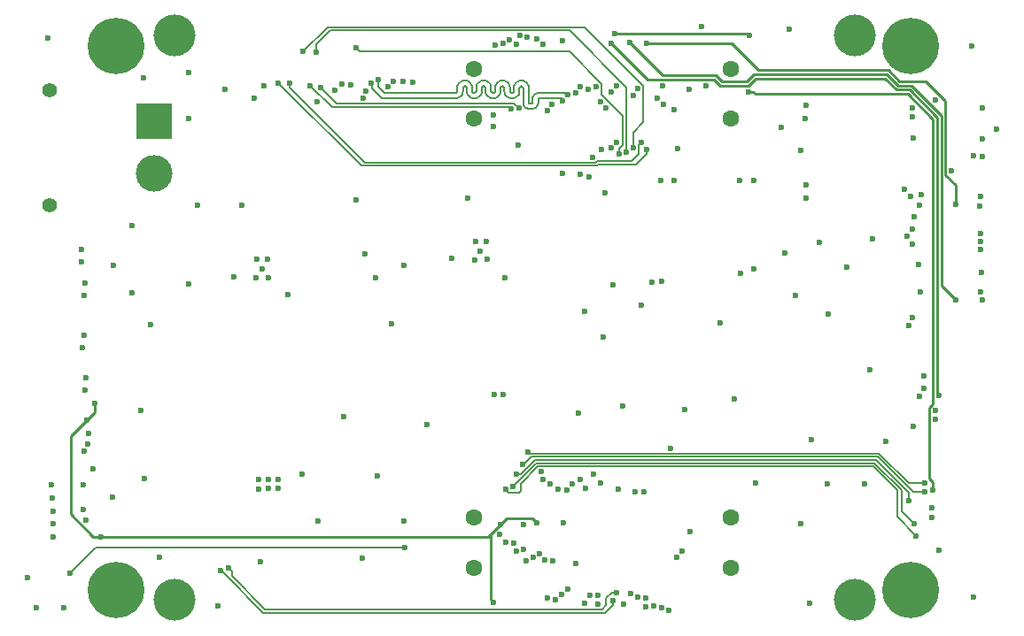
<source format=gbr>
%TF.GenerationSoftware,KiCad,Pcbnew,(5.1.8)-1*%
%TF.CreationDate,2021-06-12T11:00:53-04:00*%
%TF.ProjectId,pixc4-jetson-universal-carrier,70697863-342d-46a6-9574-736f6e2d756e,rev?*%
%TF.SameCoordinates,Original*%
%TF.FileFunction,Copper,L4,Inr*%
%TF.FilePolarity,Positive*%
%FSLAX46Y46*%
G04 Gerber Fmt 4.6, Leading zero omitted, Abs format (unit mm)*
G04 Created by KiCad (PCBNEW (5.1.8)-1) date 2021-06-12 11:00:53*
%MOMM*%
%LPD*%
G01*
G04 APERTURE LIST*
%TA.AperFunction,ComponentPad*%
%ADD10C,4.000000*%
%TD*%
%TA.AperFunction,ComponentPad*%
%ADD11C,1.600000*%
%TD*%
%TA.AperFunction,ComponentPad*%
%ADD12C,3.500000*%
%TD*%
%TA.AperFunction,ComponentPad*%
%ADD13R,3.500000X3.500000*%
%TD*%
%TA.AperFunction,ComponentPad*%
%ADD14C,1.400000*%
%TD*%
%TA.AperFunction,ComponentPad*%
%ADD15C,5.400000*%
%TD*%
%TA.AperFunction,ComponentPad*%
%ADD16C,0.800000*%
%TD*%
%TA.AperFunction,ViaPad*%
%ADD17C,0.600000*%
%TD*%
%TA.AperFunction,Conductor*%
%ADD18C,0.254000*%
%TD*%
%TA.AperFunction,Conductor*%
%ADD19C,0.152400*%
%TD*%
G04 APERTURE END LIST*
D10*
%TO.N,*%
%TO.C,U5*%
X132105400Y-134734300D03*
X67105400Y-134734300D03*
X132105400Y-80734300D03*
X67105400Y-80734300D03*
%TD*%
D11*
%TO.N,+5V*%
%TO.C,J5*%
X120250000Y-88625000D03*
X95750000Y-88625000D03*
%TO.N,GND*%
X120250000Y-83875000D03*
X95750000Y-83875000D03*
%TD*%
%TO.N,+5V*%
%TO.C,J6*%
X120250000Y-131625000D03*
X95750000Y-131625000D03*
%TO.N,GND*%
X120250000Y-126875000D03*
X95750000Y-126875000D03*
%TD*%
D12*
%TO.N,Net-(D1-Pad1)*%
%TO.C,J27*%
X65194180Y-93920320D03*
D13*
%TO.N,GND*%
X65194180Y-88920320D03*
D14*
%TO.N,*%
X55194180Y-96920320D03*
X55194180Y-85920320D03*
%TD*%
D15*
%TO.N,GND*%
%TO.C,J4*%
X137500000Y-133750000D03*
D16*
X139525000Y-133750000D03*
X138931891Y-135181891D03*
X137500000Y-135775000D03*
X136068109Y-135181891D03*
X135475000Y-133750000D03*
X136068109Y-132318109D03*
X137500000Y-131725000D03*
X138931891Y-132318109D03*
%TD*%
D15*
%TO.N,GND*%
%TO.C,J3*%
X137500000Y-81750000D03*
D16*
X139525000Y-81750000D03*
X138931891Y-83181891D03*
X137500000Y-83775000D03*
X136068109Y-83181891D03*
X135475000Y-81750000D03*
X136068109Y-80318109D03*
X137500000Y-79725000D03*
X138931891Y-80318109D03*
%TD*%
D15*
%TO.N,GND*%
%TO.C,J2*%
X61500000Y-133750000D03*
D16*
X63525000Y-133750000D03*
X62931891Y-135181891D03*
X61500000Y-135775000D03*
X60068109Y-135181891D03*
X59475000Y-133750000D03*
X60068109Y-132318109D03*
X61500000Y-131725000D03*
X62931891Y-132318109D03*
%TD*%
D15*
%TO.N,GND*%
%TO.C,J1*%
X61500000Y-81750000D03*
D16*
X63525000Y-81750000D03*
X62931891Y-83181891D03*
X61500000Y-83775000D03*
X60068109Y-83181891D03*
X59475000Y-81750000D03*
X60068109Y-80318109D03*
X61500000Y-79725000D03*
X62931891Y-80318109D03*
%TD*%
D17*
%TO.N,GND*%
X145694400Y-89662000D03*
X76085700Y-103860600D03*
X74917300Y-103886000D03*
X75463400Y-103035100D03*
X76009500Y-102108000D03*
X74968100Y-102108000D03*
X125082300Y-89471500D03*
X95872300Y-100393500D03*
X96913700Y-100393500D03*
X95821500Y-102171500D03*
X96367600Y-101320600D03*
X96989900Y-102146100D03*
X127000000Y-91706700D03*
X104228900Y-81216500D03*
X68478400Y-84251800D03*
X74777600Y-86728300D03*
X68491100Y-88646000D03*
X71932800Y-85877400D03*
X61269880Y-102707440D03*
X63068200Y-98907600D03*
X64833500Y-108394500D03*
X63911480Y-116591080D03*
X64211200Y-123101100D03*
X85331300Y-101638100D03*
X84467700Y-96405700D03*
X73596500Y-96964500D03*
X95135700Y-96304100D03*
X108140500Y-109562900D03*
X105752900Y-116827300D03*
X115887500Y-116471700D03*
X119265700Y-108242100D03*
X133604000Y-112712500D03*
X133096000Y-123609100D03*
X143357600Y-81673700D03*
X125920500Y-80098900D03*
X111175800Y-124358400D03*
X111988600Y-124409200D03*
X144322800Y-92281658D03*
X144132300Y-96139000D03*
X100470990Y-127500292D03*
X104250005Y-127336658D03*
X105501442Y-131211610D03*
X107858560Y-87055960D03*
X138506200Y-95930720D03*
X137105181Y-99939699D03*
X131394200Y-102895400D03*
X128727200Y-100545900D03*
X125488700Y-101498400D03*
X129616200Y-107340400D03*
X126504700Y-105625900D03*
X109994700Y-116166900D03*
X135077200Y-119532400D03*
X129489200Y-123596400D03*
X127838200Y-135089900D03*
X127012700Y-127469900D03*
X83324700Y-117182900D03*
X86499700Y-122834400D03*
X79324200Y-122707400D03*
X80848200Y-127215900D03*
X89039700Y-127215900D03*
X71259700Y-135343900D03*
X65671700Y-130644900D03*
X63068200Y-105371900D03*
X64147700Y-84797900D03*
X69291200Y-96926400D03*
X87896700Y-108292900D03*
X111772700Y-106514900D03*
X108280200Y-95783400D03*
X127965200Y-119405400D03*
X143522700Y-134454900D03*
X55003700Y-80924400D03*
X122694700Y-123532900D03*
X120599200Y-115531900D03*
X106311700Y-107149900D03*
X109042200Y-104609900D03*
X133870700Y-100164900D03*
X115201700Y-91528900D03*
%TO.N,+BATT*%
X104216200Y-93891100D03*
X108394500Y-87604600D03*
X86372700Y-103911400D03*
X75336400Y-131114800D03*
%TO.N,+VDD_SERVO*%
X138447085Y-105261985D03*
X116398040Y-128188720D03*
%TO.N,+5V*%
X75692000Y-85521800D03*
X85051900Y-130721100D03*
X75184000Y-124091700D03*
X76098400Y-124079000D03*
X77012800Y-124066300D03*
X76987400Y-123202700D03*
X75158600Y-123228100D03*
X76073000Y-123215400D03*
X68453000Y-104521000D03*
X53073300Y-132600700D03*
%TO.N,3V3_SYS*%
X80759300Y-87058500D03*
X117500399Y-79844901D03*
%TO.N,USB2-*%
X113739846Y-85542562D03*
X137827849Y-98077721D03*
%TO.N,USB2+*%
X113247673Y-86721805D03*
X137662326Y-99252751D03*
%TO.N,PORT_VBUS_2*%
X112217200Y-81483200D03*
X141798240Y-96894375D03*
%TO.N,USB3-*%
X111391700Y-85801200D03*
X137627360Y-107741720D03*
%TO.N,USB3+*%
X110964548Y-86451214D03*
X137302240Y-108452920D03*
%TO.N,PORT_VBUS_3*%
X110629700Y-81407000D03*
X141798240Y-106029690D03*
%TO.N,USB4-*%
X109346858Y-85491485D03*
X139856278Y-116600960D03*
%TO.N,USB4+*%
X139856278Y-117408670D03*
X108828756Y-86085854D03*
%TO.N,PORT_VBUS_4*%
X140182600Y-115125500D03*
X108846325Y-81465125D03*
%TO.N,USB5-*%
X107416600Y-85623400D03*
X139471400Y-125948160D03*
X106717290Y-94201401D03*
%TO.N,USB5+*%
X106667299Y-85832063D03*
X139471400Y-126832640D03*
X105869460Y-94030800D03*
%TO.N,PORT_VBUS_5*%
X139598400Y-124256800D03*
X109181900Y-80556100D03*
X122034300Y-80683100D03*
X122022166Y-86105898D03*
%TO.N,ETH_RADIO_TX_N*%
X102335801Y-81514220D03*
X122455940Y-103014780D03*
%TO.N,ETH_RADIO_TX_P*%
X101762681Y-81001322D03*
X121208800Y-103479600D03*
%TO.N,ETH_RADIO_RX_N*%
X100850700Y-80860900D03*
X112731920Y-104299120D03*
%TO.N,ETH_RADIO_RX_P*%
X100109878Y-80729344D03*
X113670484Y-104274216D03*
%TO.N,ETH_SPARE_RX_P*%
X99767855Y-81528576D03*
X127464830Y-87396310D03*
%TO.N,ETH_SPARE_RX_N*%
X99160706Y-81084172D03*
X127429765Y-88671400D03*
%TO.N,ETH_SPARE_TX_P*%
X98494149Y-81433207D03*
X127464810Y-95016330D03*
%TO.N,ETH_SPARE_TX_N*%
X97775407Y-81655767D03*
X127464813Y-96286327D03*
%TO.N,XAVIER_CONSOLE_TX_OUT*%
X97612200Y-88315800D03*
X58547000Y-104432100D03*
%TO.N,XAVIER_CONSOLE_RX_IN*%
X58508900Y-105625900D03*
X97574100Y-89458800D03*
%TO.N,FMU_I2C_1_SDA*%
X103746300Y-124129800D03*
X59324242Y-122174000D03*
%TO.N,FMU_I2C_1_SCL*%
X102990943Y-123611586D03*
X58518921Y-120522869D03*
%TO.N,GPS1_RX*%
X102359445Y-123202521D03*
X58860348Y-119852383D03*
%TO.N,GPS1_TX*%
X58877200Y-118795800D03*
X102171310Y-122474010D03*
%TO.N,+VDD_5V_PERIPH*%
X144246600Y-103352288D03*
X144180128Y-99641634D03*
X98272600Y-127520700D03*
X101750008Y-127336657D03*
X55511700Y-128701800D03*
X97637600Y-134967668D03*
X58740040Y-117495320D03*
X112127789Y-134558761D03*
X110073440Y-135097520D03*
X106299000Y-135082280D03*
X107604551Y-135117831D03*
X140221660Y-129980380D03*
X60126880Y-128671320D03*
X59496960Y-115935760D03*
%TO.N,BATT_VOLTAGE_SENS_PROT*%
X115627082Y-130095237D03*
X58269562Y-101210800D03*
%TO.N,BATT_CURRENT_SENS_PROT*%
X115087400Y-130619500D03*
X58242200Y-102382320D03*
%TO.N,FMU-CH1-PROT*%
X143484600Y-92240100D03*
X102526010Y-130871221D03*
%TO.N,IO-CH8-PROT*%
X144373600Y-90627200D03*
X102039609Y-130297168D03*
%TO.N,IO-CH7-PROT*%
X144373600Y-87668100D03*
X101388155Y-130673640D03*
%TO.N,IO-CH6-PROT*%
X138275161Y-102645571D03*
X100716370Y-131012503D03*
%TO.N,IO-CH5-PROT*%
X100519283Y-129909783D03*
X137617200Y-100700840D03*
%TO.N,IO-CH4-PROT*%
X138363195Y-96967805D03*
X99776570Y-130030207D03*
%TO.N,IO-CH3-PROT*%
X141401842Y-93675227D03*
X99544316Y-129257257D03*
%TO.N,IO-CH2-PROT*%
X98796130Y-129177622D03*
X137748135Y-90544864D03*
%TO.N,IO-CH1-PROT*%
X98209100Y-128422400D03*
X139823041Y-86846559D03*
%TO.N,ETH_RADIO_TX_POSTMAG_N*%
X117936501Y-85499521D03*
X122455936Y-94569284D03*
%TO.N,ETH_RADIO_TX_POSTMAG_P*%
X116285922Y-85888732D03*
X121158505Y-94596715D03*
%TO.N,ETH_RADIO_RX_POSTMAG_N*%
X114835940Y-94569280D03*
X114854010Y-87768988D03*
%TO.N,ETH_RADIO_RX_POSTMAG_P*%
X113565940Y-94569280D03*
X113896645Y-87334855D03*
%TO.N,ETH_SPARE_TX_POSTMAG_N*%
X137493245Y-96097855D03*
%TO.N,ETH_SPARE_TX_POSTMAG_P*%
X136857296Y-95461907D03*
%TO.N,ETH_SPARE_RX_POSTMAG_N*%
X137680700Y-88480900D03*
%TO.N,ETH_SPARE_RX_POSTMAG_P*%
X137655300Y-87617300D03*
%TO.N,Net-(C20-Pad1)*%
X98717100Y-103936800D03*
X93636840Y-102044400D03*
%TO.N,Net-(D4-Pad1)*%
X53924200Y-135483600D03*
%TO.N,Net-(C21-Pad1)*%
X77978000Y-105537000D03*
X72752960Y-103794460D03*
%TO.N,+5V_FMU*%
X109499400Y-124129800D03*
X89090500Y-102730300D03*
X91236800Y-117919500D03*
X57124600Y-132181600D03*
X97726500Y-115112800D03*
X114554000Y-120197546D03*
X98557080Y-115097560D03*
X89103200Y-129692400D03*
%TO.N,Net-(D5-Pad1)*%
X56553100Y-135445500D03*
%TO.N,IRID_ON_OFF_3.3*%
X77050900Y-85255100D03*
X112217200Y-91605100D03*
%TO.N,IRID_TX_IN_3.3*%
X78155800Y-85305900D03*
X111772710Y-90930419D03*
%TO.N,IRID_RING_3.3*%
X79425800Y-82245200D03*
X110944111Y-91478100D03*
%TO.N,IRID_NA_3.3*%
X80657700Y-82270600D03*
X110326413Y-91907702D03*
%TO.N,IRID_RX_OUT_3.3*%
X109590480Y-92064262D03*
X84442300Y-81876900D03*
%TO.N,CAM1_D2_N*%
X109409465Y-90959095D03*
X85420200Y-86004400D03*
%TO.N,CAM1_D2_P*%
X108877100Y-91490800D03*
X85151489Y-86707183D03*
%TO.N,CAM1_D3_N*%
X84010500Y-85445600D03*
X107899200Y-91643200D03*
%TO.N,CAM1_D3_P*%
X107087969Y-92349610D03*
X83096100Y-85344000D03*
%TO.N,CAM1_D0_N*%
X89877900Y-85178900D03*
X105933786Y-85573315D03*
%TO.N,CAM1_D0_P*%
X105498900Y-86194900D03*
X89001600Y-85140800D03*
%TO.N,CAM1_C_N*%
X104731809Y-86399379D03*
X86575900Y-84950300D03*
%TO.N,CAM1_C_P*%
X104216200Y-86956900D03*
X85902932Y-85286784D03*
%TO.N,CAM1_D1_N*%
X103190900Y-87314458D03*
X88074965Y-85065452D03*
%TO.N,CAM1_D1_P*%
X102730300Y-87909400D03*
X87515700Y-85568772D03*
%TO.N,CAM_GPIO*%
X99961700Y-91211400D03*
X82448400Y-85966300D03*
%TO.N,CAM_SCL0*%
X100038766Y-87667234D03*
X81051400Y-85661500D03*
%TO.N,CAM_SDA0*%
X99289523Y-87736219D03*
X80086200Y-85496400D03*
%TO.N,RC_INPUT*%
X107873800Y-123510040D03*
X58491120Y-109407960D03*
%TO.N,+VDD_5V_RADIO*%
X107177840Y-122682000D03*
X58301380Y-110599980D03*
%TO.N,BUZZER_OUT*%
X106407958Y-124035555D03*
X58643481Y-127110191D03*
%TO.N,SAFETY_VDD*%
X105882440Y-123240800D03*
X58390511Y-126052980D03*
%TO.N,~SAFETY_SWITCH_LED_OUT*%
X105151715Y-123620506D03*
X61165740Y-124929900D03*
%TO.N,SAFETY_SWITCH_IN*%
X104632470Y-124203724D03*
X58372688Y-123714160D03*
%TO.N,SPI5_CS2_EXTERNAL1*%
X100882020Y-120606906D03*
X138816080Y-123550680D03*
%TO.N,SPI5_CS1_EXTERNAL1*%
X100355398Y-121729500D03*
X138821160Y-124419360D03*
%TO.N,SPI5_MOSI_EXTERNAL1*%
X99834700Y-122720100D03*
X137271844Y-125252396D03*
%TO.N,SPI5_MISO_EXTERNAL1*%
X99468339Y-123867183D03*
X137825480Y-127452120D03*
%TO.N,SPI5_SCK_EXTERNAL1*%
X137998200Y-128587500D03*
X98765049Y-124134590D03*
%TO.N,TELEM1_TX*%
X55511700Y-127431800D03*
X114385281Y-135702275D03*
%TO.N,TELEM1_RX*%
X55486300Y-126212600D03*
X113671026Y-135465711D03*
%TO.N,TELEM1_CTS*%
X55422800Y-124955300D03*
X112932693Y-135320835D03*
%TO.N,TELEM1_RTS*%
X55384700Y-123710700D03*
X112148676Y-135357284D03*
%TO.N,CAN_L_1-*%
X144208500Y-101193600D03*
X111381030Y-134466700D03*
%TO.N,CAN_H_1+*%
X144208500Y-100393500D03*
X110724418Y-134099300D03*
%TO.N,CAN_L_2-*%
X58643520Y-113477040D03*
X72303104Y-131690375D03*
X109353649Y-134008460D03*
%TO.N,CAN_H_2+*%
X58577480Y-114614960D03*
X109047280Y-134777480D03*
X71552148Y-131880385D03*
%TO.N,FMU_I2C_2_SDA*%
X144297400Y-106006900D03*
X107610456Y-134289770D03*
%TO.N,FMU_I2C_2_SCL*%
X144200676Y-105260742D03*
X106858090Y-134298105D03*
%TO.N,FMU-CH6-PROT*%
X138775440Y-113284000D03*
X104734650Y-133684532D03*
%TO.N,FMU-CH5-PROT*%
X138744960Y-114518440D03*
X104140290Y-134213688D03*
%TO.N,FMU-CH4-PROT*%
X103548204Y-134683445D03*
X138315700Y-115214400D03*
%TO.N,FMU-CH3-PROT*%
X102808149Y-134547695D03*
X137754360Y-118150640D03*
%TO.N,FMU-CH2-PROT*%
X144043400Y-97015300D03*
X103270711Y-130978665D03*
%TD*%
D18*
%TO.N,PORT_VBUS_2*%
X140822432Y-86988436D02*
X138908723Y-85074727D01*
X141798240Y-96894375D02*
X141798240Y-95027087D01*
X138908723Y-85074727D02*
X136420420Y-85074727D01*
X136420420Y-85074727D02*
X135373940Y-84028247D01*
X135373940Y-84028247D02*
X122946127Y-84028247D01*
X122946127Y-84028247D02*
X120401080Y-81483200D01*
X141798240Y-95027087D02*
X140822432Y-94051279D01*
X120401080Y-81483200D02*
X112641464Y-81483200D01*
X140822432Y-94051279D02*
X140822432Y-86988436D01*
X112641464Y-81483200D02*
X112217200Y-81483200D01*
%TO.N,PORT_VBUS_3*%
X119461280Y-85120480D02*
X118854501Y-84513700D01*
X122518040Y-84434658D02*
X121832218Y-85120480D01*
X135205600Y-84434658D02*
X122518040Y-84434658D01*
X121832218Y-85120480D02*
X119461280Y-85120480D01*
X113736400Y-84513700D02*
X110629700Y-81407000D01*
X140416021Y-88371005D02*
X137526154Y-85481138D01*
X137526154Y-85481138D02*
X136252080Y-85481138D01*
X140416021Y-104647471D02*
X140416021Y-88371005D01*
X136252080Y-85481138D02*
X135205600Y-84434658D01*
X141798240Y-106029690D02*
X140416021Y-104647471D01*
X118854501Y-84513700D02*
X113736400Y-84513700D01*
%TO.N,PORT_VBUS_4*%
X122000558Y-85526891D02*
X119292939Y-85526890D01*
X112301311Y-84920111D02*
X108846325Y-81465125D01*
X118686161Y-84920111D02*
X112301311Y-84920111D01*
X119292939Y-85526890D02*
X118686161Y-84920111D01*
X122686380Y-84841069D02*
X122000558Y-85526891D01*
X135037260Y-84841069D02*
X122686380Y-84841069D01*
X136083740Y-85887549D02*
X135037260Y-84841069D01*
X137357814Y-85887549D02*
X136083740Y-85887549D01*
X140009610Y-88539345D02*
X137357814Y-85887549D01*
X140009610Y-114952510D02*
X140009610Y-88539345D01*
X140182600Y-115125500D02*
X140009610Y-114952510D01*
%TO.N,PORT_VBUS_5*%
X109181900Y-80556100D02*
X121907300Y-80556100D01*
X121907300Y-80556100D02*
X122034300Y-80683100D01*
X139603199Y-115996159D02*
X139251477Y-116347881D01*
X139251477Y-116347881D02*
X139251477Y-123143803D01*
X122634492Y-86293960D02*
X137189474Y-86293960D01*
X122446430Y-86105898D02*
X122634492Y-86293960D01*
X139251477Y-123143803D02*
X139598400Y-123490726D01*
X137189474Y-86293960D02*
X139603199Y-88707685D01*
X139598400Y-123490726D02*
X139598400Y-124256800D01*
X139603199Y-88707685D02*
X139603199Y-115996159D01*
X122022166Y-86105898D02*
X122446430Y-86105898D01*
%TO.N,+VDD_5V_PERIPH*%
X98272600Y-127520700D02*
X98872409Y-126920891D01*
X101334242Y-126920891D02*
X101750008Y-127336657D01*
X98872409Y-126920891D02*
X101334242Y-126920891D01*
X97337601Y-128455699D02*
X97337601Y-134667669D01*
X98272600Y-127520700D02*
X97337601Y-128455699D01*
X97337601Y-134667669D02*
X97637600Y-134967668D01*
X58740040Y-117495320D02*
X57185560Y-119049800D01*
X97337601Y-128455699D02*
X97121980Y-128671320D01*
X57185560Y-119049800D02*
X57185560Y-126484464D01*
X57185560Y-126484464D02*
X59372416Y-128671320D01*
X97121980Y-128671320D02*
X60126880Y-128671320D01*
X59372416Y-128671320D02*
X60126880Y-128671320D01*
X59496960Y-116738400D02*
X59496960Y-115935760D01*
X58740040Y-117495320D02*
X59496960Y-116738400D01*
D19*
%TO.N,+5V_FMU*%
X57124600Y-132181600D02*
X59613800Y-129692400D01*
X59613800Y-129692400D02*
X89103200Y-129692400D01*
%TO.N,IRID_ON_OFF_3.3*%
X107620356Y-93030620D02*
X111215944Y-93030620D01*
X111215944Y-93030620D02*
X112217200Y-92029364D01*
X77050900Y-85255100D02*
X84978822Y-93183022D01*
X107467954Y-93183022D02*
X107620356Y-93030620D01*
X84978822Y-93183022D02*
X107467954Y-93183022D01*
X112217200Y-92029364D02*
X112217200Y-91605100D01*
%TO.N,IRID_TX_IN_3.3*%
X111472711Y-91230418D02*
X111772710Y-90930419D01*
X111472711Y-92058223D02*
X111472711Y-91230418D01*
X107494100Y-92725809D02*
X110805125Y-92725809D01*
X110805125Y-92725809D02*
X111472711Y-92058223D01*
X85329331Y-92878211D02*
X107341698Y-92878211D01*
X107341698Y-92878211D02*
X107494100Y-92725809D01*
X78155800Y-85704680D02*
X85329331Y-92878211D01*
X78155800Y-85305900D02*
X78155800Y-85704680D01*
%TO.N,IRID_RING_3.3*%
X110944111Y-90014511D02*
X111945701Y-89012921D01*
X111945701Y-85535279D02*
X106306355Y-79895933D01*
X110944111Y-91478100D02*
X110944111Y-90014511D01*
X111945701Y-89012921D02*
X111945701Y-85535279D01*
X81775067Y-79895933D02*
X79425800Y-82245200D01*
X106306355Y-79895933D02*
X81775067Y-79895933D01*
%TO.N,IRID_NA_3.3*%
X110326413Y-85651118D02*
X110326413Y-91907702D01*
X104876038Y-80200743D02*
X110326413Y-85651118D01*
X82016357Y-80200743D02*
X104876038Y-80200743D01*
X80657700Y-81559400D02*
X82016357Y-80200743D01*
X80657700Y-82270600D02*
X80657700Y-81559400D01*
%TO.N,IRID_RX_OUT_3.3*%
X84805799Y-82240399D02*
X84442300Y-81876900D01*
X104853521Y-82240399D02*
X84805799Y-82240399D01*
X107970601Y-85357479D02*
X104853521Y-82240399D01*
X109938066Y-88373466D02*
X107970601Y-86406001D01*
X107970601Y-86406001D02*
X107970601Y-85357479D01*
X109938066Y-91212824D02*
X109938066Y-88373466D01*
X109590480Y-92064262D02*
X109590480Y-91560410D01*
X109590480Y-91560410D02*
X109938066Y-91212824D01*
%TO.N,CAM1_C_N*%
X99446830Y-86164048D02*
X99481585Y-86142210D01*
X99167069Y-85540522D02*
X99184000Y-85690787D01*
X97746004Y-86039689D02*
X97750600Y-85998900D01*
X97732447Y-86078431D02*
X97746004Y-86039689D01*
X97710609Y-86113186D02*
X97732447Y-86078431D01*
X97681585Y-86142210D02*
X97710609Y-86113186D01*
X97646830Y-86164048D02*
X97681585Y-86142210D01*
X97608088Y-86177605D02*
X97646830Y-86164048D01*
X97567300Y-86182200D02*
X97608088Y-86177605D01*
X97526511Y-86177605D02*
X97567300Y-86182200D01*
X97487769Y-86164048D02*
X97526511Y-86177605D01*
X97453014Y-86142210D02*
X97487769Y-86164048D01*
X97423990Y-86113186D02*
X97453014Y-86142210D01*
X97402152Y-86078431D02*
X97423990Y-86113186D01*
X97388595Y-86039689D02*
X97402152Y-86078431D01*
X97384000Y-85998900D02*
X97388595Y-86039689D01*
X97384000Y-85690787D02*
X97384000Y-85998900D01*
X97367069Y-85540522D02*
X97384000Y-85690787D01*
X97317125Y-85397791D02*
X97367069Y-85540522D01*
X97236673Y-85269753D02*
X97317125Y-85397791D01*
X97129747Y-85162827D02*
X97236673Y-85269753D01*
X97001709Y-85082375D02*
X97129747Y-85162827D01*
X96858978Y-85032431D02*
X97001709Y-85082375D01*
X96708713Y-85015500D02*
X96858978Y-85032431D01*
X96625886Y-85015500D02*
X96708713Y-85015500D01*
X96475621Y-85032431D02*
X96625886Y-85015500D01*
X96332890Y-85082375D02*
X96475621Y-85032431D01*
X96204852Y-85162827D02*
X96332890Y-85082375D01*
X96097926Y-85269753D02*
X96204852Y-85162827D01*
X96017474Y-85397791D02*
X96097926Y-85269753D01*
X95967530Y-85540522D02*
X96017474Y-85397791D01*
X95950600Y-85690787D02*
X95967530Y-85540522D01*
X95950600Y-85998900D02*
X95950600Y-85690787D01*
X95946004Y-86039689D02*
X95950600Y-85998900D01*
X95932447Y-86078431D02*
X95946004Y-86039689D01*
X95910609Y-86113186D02*
X95932447Y-86078431D01*
X95881585Y-86142210D02*
X95910609Y-86113186D01*
X95846830Y-86164048D02*
X95881585Y-86142210D01*
X95808088Y-86177605D02*
X95846830Y-86164048D01*
X95767300Y-86182200D02*
X95808088Y-86177605D01*
X95726511Y-86177605D02*
X95767300Y-86182200D01*
X95687769Y-86164048D02*
X95726511Y-86177605D01*
X95653014Y-86142210D02*
X95687769Y-86164048D01*
X95623990Y-86113186D02*
X95653014Y-86142210D01*
X95602152Y-86078431D02*
X95623990Y-86113186D01*
X95588595Y-86039689D02*
X95602152Y-86078431D01*
X95584000Y-85998900D02*
X95588595Y-86039689D01*
X95584000Y-85690787D02*
X95584000Y-85998900D01*
X95567069Y-85540522D02*
X95584000Y-85690787D01*
X95517125Y-85397791D02*
X95567069Y-85540522D01*
X95436673Y-85269753D02*
X95517125Y-85397791D01*
X95329747Y-85162827D02*
X95436673Y-85269753D01*
X95201709Y-85082375D02*
X95329747Y-85162827D01*
X95058978Y-85032431D02*
X95201709Y-85082375D01*
X94908713Y-85015500D02*
X95058978Y-85032431D01*
X94825886Y-85015500D02*
X94908713Y-85015500D01*
X94675621Y-85032431D02*
X94825886Y-85015500D01*
X94532890Y-85082375D02*
X94675621Y-85032431D01*
X94404852Y-85162827D02*
X94532890Y-85082375D01*
X94297926Y-85269753D02*
X94404852Y-85162827D01*
X94217474Y-85397791D02*
X94297926Y-85269753D01*
X94167530Y-85540522D02*
X94217474Y-85397791D01*
X94150600Y-85690787D02*
X94167530Y-85540522D01*
X94150600Y-85998900D02*
X94150600Y-85690787D01*
X94146004Y-86039689D02*
X94150600Y-85998900D01*
X94132447Y-86078431D02*
X94146004Y-86039689D01*
X94110609Y-86113186D02*
X94132447Y-86078431D01*
X94081585Y-86142210D02*
X94110609Y-86113186D01*
X94046830Y-86164048D02*
X94081585Y-86142210D01*
X94008088Y-86177605D02*
X94046830Y-86164048D01*
X93967300Y-86182200D02*
X94008088Y-86177605D01*
X87168972Y-86182200D02*
X93967300Y-86182200D01*
X86575900Y-85589128D02*
X87168972Y-86182200D01*
X86575900Y-84950300D02*
X86575900Y-85589128D01*
X99697926Y-85269753D02*
X99804852Y-85162827D01*
X99546004Y-86039689D02*
X99550600Y-85998900D01*
X98658978Y-85032431D02*
X98801709Y-85082375D01*
X99253014Y-86142210D02*
X99287769Y-86164048D01*
X99532447Y-86078431D02*
X99546004Y-86039689D01*
X99510609Y-86113186D02*
X99532447Y-86078431D01*
X99408088Y-86177605D02*
X99446830Y-86164048D01*
X99367300Y-86182200D02*
X99408088Y-86177605D01*
X97817474Y-85397791D02*
X97897926Y-85269753D01*
X99932890Y-85082375D02*
X100075621Y-85032431D01*
X99188595Y-86039689D02*
X99202152Y-86078431D01*
X97897926Y-85269753D02*
X98004852Y-85162827D01*
X98004852Y-85162827D02*
X98132890Y-85082375D01*
X98132890Y-85082375D02*
X98275621Y-85032431D01*
X99184000Y-85998900D02*
X99188595Y-86039689D01*
X98425886Y-85015500D02*
X98508713Y-85015500D01*
X97750600Y-85690787D02*
X97767530Y-85540522D01*
X99223990Y-86113186D02*
X99253014Y-86142210D01*
X99567530Y-85540522D02*
X99617474Y-85397791D01*
X98801709Y-85082375D02*
X98929747Y-85162827D01*
X99481585Y-86142210D02*
X99510609Y-86113186D01*
X99287769Y-86164048D02*
X99326511Y-86177605D01*
X98929747Y-85162827D02*
X99036673Y-85269753D01*
X99550600Y-85998900D02*
X99550600Y-85690787D01*
X98508713Y-85015500D02*
X98658978Y-85032431D01*
X99804852Y-85162827D02*
X99932890Y-85082375D01*
X99550600Y-85690787D02*
X99567530Y-85540522D01*
X99184000Y-85690787D02*
X99184000Y-85998900D01*
X99326511Y-86177605D02*
X99367300Y-86182200D01*
X97767530Y-85540522D02*
X97817474Y-85397791D01*
X98275621Y-85032431D02*
X98425886Y-85015500D01*
X99117125Y-85397791D02*
X99167069Y-85540522D01*
X99617474Y-85397791D02*
X99697926Y-85269753D01*
X100075621Y-85032431D02*
X100225886Y-85015500D01*
X97750600Y-85998900D02*
X97750600Y-85690787D01*
X99036673Y-85269753D02*
X99117125Y-85397791D01*
X99202152Y-86078431D02*
X99223990Y-86113186D01*
X100225886Y-85015500D02*
X100308713Y-85015500D01*
X100308713Y-85015500D02*
X100458978Y-85032431D01*
X100458978Y-85032431D02*
X100601709Y-85082375D01*
X100601709Y-85082375D02*
X100729747Y-85162827D01*
X100729747Y-85162827D02*
X100836673Y-85269753D01*
X100836673Y-85269753D02*
X100917125Y-85397791D01*
X100917125Y-85397791D02*
X100967069Y-85540522D01*
X100967069Y-85540522D02*
X100984000Y-85690787D01*
X100984000Y-85690787D02*
X100984000Y-87090600D01*
X100984000Y-87090600D02*
X100986715Y-87114699D01*
X100986715Y-87114699D02*
X100994725Y-87137589D01*
X100994725Y-87137589D02*
X101007627Y-87158123D01*
X101007627Y-87158123D02*
X101024776Y-87175272D01*
X101024776Y-87175272D02*
X101045310Y-87188174D01*
X101045310Y-87188174D02*
X101068200Y-87196184D01*
X101068200Y-87196184D02*
X101092300Y-87198900D01*
X101092300Y-87198900D02*
X101242300Y-87198900D01*
X101242300Y-87198900D02*
X101266399Y-87196184D01*
X101266399Y-87196184D02*
X101289289Y-87188174D01*
X101289289Y-87188174D02*
X101309823Y-87175272D01*
X101309823Y-87175272D02*
X101326972Y-87158123D01*
X101326972Y-87158123D02*
X101339874Y-87137589D01*
X101339874Y-87137589D02*
X101347884Y-87114699D01*
X101347884Y-87114699D02*
X101350600Y-87090600D01*
X101350600Y-87090600D02*
X101350600Y-86786820D01*
X101350600Y-86786820D02*
X101365759Y-86652279D01*
X101365759Y-86652279D02*
X101410476Y-86524485D01*
X101410476Y-86524485D02*
X101482509Y-86409845D01*
X101482509Y-86409845D02*
X101578245Y-86314109D01*
X101578245Y-86314109D02*
X101692885Y-86242076D01*
X101692885Y-86242076D02*
X101820679Y-86197359D01*
X101820679Y-86197359D02*
X101955220Y-86182200D01*
X101955220Y-86182200D02*
X104376192Y-86182200D01*
X104376192Y-86182200D02*
X104593371Y-86399379D01*
X104593371Y-86399379D02*
X104731809Y-86399379D01*
%TO.N,CAM1_C_P*%
X100450600Y-87127679D02*
X100465759Y-87262220D01*
X100450600Y-85732200D02*
X100450600Y-87127679D01*
X100446004Y-85691412D02*
X100450600Y-85732200D01*
X100432447Y-85652670D02*
X100446004Y-85691412D01*
X100410609Y-85617915D02*
X100432447Y-85652670D01*
X100381585Y-85588891D02*
X100410609Y-85617915D01*
X100346830Y-85567053D02*
X100381585Y-85588891D01*
X100308088Y-85553496D02*
X100346830Y-85567053D01*
X100267300Y-85548900D02*
X100308088Y-85553496D01*
X100226511Y-85553496D02*
X100267300Y-85548900D01*
X100187769Y-85567053D02*
X100226511Y-85553496D01*
X100153014Y-85588891D02*
X100187769Y-85567053D01*
X100123990Y-85617915D02*
X100153014Y-85588891D01*
X100102152Y-85652670D02*
X100123990Y-85617915D01*
X100088595Y-85691412D02*
X100102152Y-85652670D01*
X100084000Y-85732200D02*
X100088595Y-85691412D01*
X100084000Y-86040314D02*
X100084000Y-85732200D01*
X100067069Y-86190579D02*
X100084000Y-86040314D01*
X100017125Y-86333310D02*
X100067069Y-86190579D01*
X99936673Y-86461348D02*
X100017125Y-86333310D01*
X99829747Y-86568274D02*
X99936673Y-86461348D01*
X99701709Y-86648726D02*
X99829747Y-86568274D01*
X99558978Y-86698670D02*
X99701709Y-86648726D01*
X99408713Y-86715600D02*
X99558978Y-86698670D01*
X99325886Y-86715600D02*
X99408713Y-86715600D01*
X99175621Y-86698670D02*
X99325886Y-86715600D01*
X98904852Y-86568274D02*
X99032890Y-86648726D01*
X98797926Y-86461348D02*
X98904852Y-86568274D01*
X98717474Y-86333310D02*
X98797926Y-86461348D01*
X98667530Y-86190579D02*
X98717474Y-86333310D01*
X98650600Y-86040314D02*
X98667530Y-86190579D01*
X98650600Y-85732200D02*
X98650600Y-86040314D01*
X98646004Y-85691412D02*
X98650600Y-85732200D01*
X98632447Y-85652670D02*
X98646004Y-85691412D01*
X98610609Y-85617915D02*
X98632447Y-85652670D01*
X98581585Y-85588891D02*
X98610609Y-85617915D01*
X98546830Y-85567053D02*
X98581585Y-85588891D01*
X98508088Y-85553496D02*
X98546830Y-85567053D01*
X98467300Y-85548900D02*
X98508088Y-85553496D01*
X98426511Y-85553496D02*
X98467300Y-85548900D01*
X98387769Y-85567053D02*
X98426511Y-85553496D01*
X98353014Y-85588891D02*
X98387769Y-85567053D01*
X98323990Y-85617915D02*
X98353014Y-85588891D01*
X98302152Y-85652670D02*
X98323990Y-85617915D01*
X98288595Y-85691412D02*
X98302152Y-85652670D01*
X98284000Y-85732200D02*
X98288595Y-85691412D01*
X98284000Y-86040314D02*
X98284000Y-85732200D01*
X98267069Y-86190579D02*
X98284000Y-86040314D01*
X98217125Y-86333310D02*
X98267069Y-86190579D01*
X98136673Y-86461348D02*
X98217125Y-86333310D01*
X98029747Y-86568274D02*
X98136673Y-86461348D01*
X97901709Y-86648726D02*
X98029747Y-86568274D01*
X97758978Y-86698670D02*
X97901709Y-86648726D01*
X97608713Y-86715600D02*
X97758978Y-86698670D01*
X97525886Y-86715600D02*
X97608713Y-86715600D01*
X97375621Y-86698670D02*
X97525886Y-86715600D01*
X97232890Y-86648726D02*
X97375621Y-86698670D01*
X97104852Y-86568274D02*
X97232890Y-86648726D01*
X96997926Y-86461348D02*
X97104852Y-86568274D01*
X96917474Y-86333310D02*
X96997926Y-86461348D01*
X96867530Y-86190579D02*
X96917474Y-86333310D01*
X95067530Y-86190579D02*
X95117474Y-86333310D01*
X95050600Y-85732200D02*
X95050600Y-86040314D01*
X95046004Y-85691412D02*
X95050600Y-85732200D01*
X95032447Y-85652670D02*
X95046004Y-85691412D01*
X100678245Y-87600390D02*
X100792885Y-87672423D01*
X95050600Y-86040314D02*
X95067530Y-86190579D01*
X95010609Y-85617915D02*
X95032447Y-85652670D01*
X96667300Y-85548900D02*
X96708088Y-85553496D01*
X94981585Y-85588891D02*
X95010609Y-85617915D01*
X94946830Y-85567053D02*
X94981585Y-85588891D01*
X94908088Y-85553496D02*
X94946830Y-85567053D01*
X100582509Y-87504654D02*
X100678245Y-87600390D01*
X94867300Y-85548900D02*
X94908088Y-85553496D01*
X94753014Y-85588891D02*
X94787769Y-85567053D01*
X94723990Y-85617915D02*
X94753014Y-85588891D01*
X94688595Y-85691412D02*
X94702152Y-85652670D01*
X85902932Y-85286784D02*
X86042500Y-85426352D01*
X100510476Y-87390014D02*
X100582509Y-87504654D01*
X86042500Y-85426352D02*
X86042500Y-85810072D01*
X100920679Y-87717140D02*
X101055220Y-87732300D01*
X86042500Y-85810072D02*
X86948028Y-86715600D01*
X94617125Y-86333310D02*
X94667069Y-86190579D01*
X99032890Y-86648726D02*
X99175621Y-86698670D01*
X86948028Y-86715600D02*
X94008713Y-86715600D01*
X94684000Y-85732200D02*
X94688595Y-85691412D01*
X94429747Y-86568274D02*
X94536673Y-86461348D01*
X94008713Y-86715600D02*
X94158978Y-86698670D01*
X94536673Y-86461348D02*
X94617125Y-86333310D01*
X94826511Y-85553496D02*
X94867300Y-85548900D01*
X94787769Y-85567053D02*
X94826511Y-85553496D01*
X94158978Y-86698670D02*
X94301709Y-86648726D01*
X94702152Y-85652670D02*
X94723990Y-85617915D01*
X94301709Y-86648726D02*
X94429747Y-86568274D01*
X94667069Y-86190579D02*
X94684000Y-86040314D01*
X94684000Y-86040314D02*
X94684000Y-85732200D01*
X95117474Y-86333310D02*
X95197926Y-86461348D01*
X95197926Y-86461348D02*
X95304852Y-86568274D01*
X95304852Y-86568274D02*
X95432890Y-86648726D01*
X95432890Y-86648726D02*
X95575621Y-86698670D01*
X95575621Y-86698670D02*
X95725886Y-86715600D01*
X95725886Y-86715600D02*
X95808713Y-86715600D01*
X96850600Y-85732200D02*
X96850600Y-86040314D01*
X95808713Y-86715600D02*
X95958978Y-86698670D01*
X95958978Y-86698670D02*
X96101709Y-86648726D01*
X96101709Y-86648726D02*
X96229747Y-86568274D01*
X96229747Y-86568274D02*
X96336673Y-86461348D01*
X96336673Y-86461348D02*
X96417125Y-86333310D01*
X96417125Y-86333310D02*
X96467069Y-86190579D01*
X96467069Y-86190579D02*
X96484000Y-86040314D01*
X100465759Y-87262220D02*
X100510476Y-87390014D01*
X96484000Y-86040314D02*
X96484000Y-85732200D01*
X96484000Y-85732200D02*
X96488595Y-85691412D01*
X96488595Y-85691412D02*
X96502152Y-85652670D01*
X96502152Y-85652670D02*
X96523990Y-85617915D01*
X96850600Y-86040314D02*
X96867530Y-86190579D01*
X96523990Y-85617915D02*
X96553014Y-85588891D01*
X96553014Y-85588891D02*
X96587769Y-85567053D01*
X96587769Y-85567053D02*
X96626511Y-85553496D01*
X96626511Y-85553496D02*
X96667300Y-85548900D01*
X96708088Y-85553496D02*
X96746830Y-85567053D01*
X96746830Y-85567053D02*
X96781585Y-85588891D01*
X96781585Y-85588891D02*
X96810609Y-85617915D01*
X100792885Y-87672423D02*
X100920679Y-87717140D01*
X96810609Y-85617915D02*
X96832447Y-85652670D01*
X96832447Y-85652670D02*
X96846004Y-85691412D01*
X96846004Y-85691412D02*
X96850600Y-85732200D01*
X101055220Y-87732300D02*
X101279379Y-87732300D01*
X101279379Y-87732300D02*
X101413920Y-87717140D01*
X101413920Y-87717140D02*
X101541714Y-87672423D01*
X101541714Y-87672423D02*
X101656354Y-87600390D01*
X101656354Y-87600390D02*
X101752090Y-87504654D01*
X101752090Y-87504654D02*
X101824123Y-87390014D01*
X101824123Y-87390014D02*
X101868840Y-87262220D01*
X101868840Y-87262220D02*
X101884000Y-87127679D01*
X101884000Y-87127679D02*
X101884000Y-86823900D01*
X101884000Y-86823900D02*
X101886715Y-86799800D01*
X101886715Y-86799800D02*
X101894725Y-86776910D01*
X101894725Y-86776910D02*
X101907627Y-86756376D01*
X101907627Y-86756376D02*
X101924776Y-86739227D01*
X101924776Y-86739227D02*
X101945310Y-86726325D01*
X101945310Y-86726325D02*
X101968200Y-86718315D01*
X101968200Y-86718315D02*
X101992300Y-86715600D01*
X101992300Y-86715600D02*
X104155250Y-86715600D01*
X104155250Y-86715600D02*
X104216200Y-86776550D01*
X104216200Y-86776550D02*
X104216200Y-86956900D01*
%TO.N,CAM_SCL0*%
X82630998Y-87241098D02*
X99060270Y-87241098D01*
X99098370Y-87202998D02*
X99574530Y-87202998D01*
X99574530Y-87202998D02*
X100038766Y-87667234D01*
X99060270Y-87241098D02*
X99098370Y-87202998D01*
X81051400Y-85661500D02*
X82630998Y-87241098D01*
%TO.N,CAM_SDA0*%
X99149703Y-87596399D02*
X99289523Y-87736219D01*
X99364800Y-87731600D02*
X99294142Y-87731600D01*
X82186199Y-87596399D02*
X99149703Y-87596399D01*
X80086200Y-85496400D02*
X82186199Y-87596399D01*
X99294142Y-87731600D02*
X99289523Y-87736219D01*
%TO.N,SPI5_CS2_EXTERNAL1*%
X137292080Y-123550680D02*
X138816080Y-123550680D01*
X134467556Y-120726156D02*
X137292080Y-123550680D01*
X101001270Y-120726156D02*
X134467556Y-120726156D01*
X100882020Y-120606906D02*
X101001270Y-120726156D01*
%TO.N,SPI5_CS1_EXTERNAL1*%
X100515420Y-121729500D02*
X101213953Y-121030967D01*
X100355398Y-121729500D02*
X100515420Y-121729500D01*
X101213953Y-121030967D02*
X134335403Y-121030967D01*
X134335403Y-121030967D02*
X137723796Y-124419360D01*
X137723796Y-124419360D02*
X138821160Y-124419360D01*
%TO.N,SPI5_MOSI_EXTERNAL1*%
X100197197Y-122720100D02*
X101581519Y-121335778D01*
X99834700Y-122720100D02*
X100197197Y-122720100D01*
X134164247Y-121335778D02*
X137271844Y-124443375D01*
X137271844Y-124443375D02*
X137271844Y-125252396D01*
X101581519Y-121335778D02*
X134164247Y-121335778D01*
%TO.N,SPI5_MISO_EXTERNAL1*%
X136613900Y-124216498D02*
X136613900Y-126240540D01*
X99468339Y-123867183D02*
X99481181Y-123867183D01*
X99481181Y-123867183D02*
X101707775Y-121640589D01*
X101707775Y-121640589D02*
X134037991Y-121640589D01*
X134037991Y-121640589D02*
X136613900Y-124216498D01*
X136613900Y-126240540D02*
X137825480Y-127452120D01*
%TO.N,SPI5_SCK_EXTERNAL1*%
X99065048Y-124434589D02*
X98765049Y-124134590D01*
X100192840Y-124275570D02*
X100033821Y-124434589D01*
X100192840Y-123586591D02*
X100192840Y-124275570D01*
X100033821Y-124434589D02*
X99065048Y-124434589D01*
X101834031Y-121945400D02*
X100192840Y-123586591D01*
X133911735Y-121945400D02*
X101834031Y-121945400D01*
X136194789Y-126784089D02*
X136194789Y-124228456D01*
X136194789Y-124228456D02*
X133911735Y-121945400D01*
X137998200Y-128587500D02*
X136194789Y-126784089D01*
%TO.N,CAN_L_2-*%
X72603103Y-131990374D02*
X72303104Y-131690375D01*
X72603103Y-132465823D02*
X72603103Y-131990374D01*
X75783721Y-135646441D02*
X72603103Y-132465823D01*
X108376720Y-135244850D02*
X107975129Y-135646441D01*
X108376720Y-134561125D02*
X108376720Y-135244850D01*
X107975129Y-135646441D02*
X75783721Y-135646441D01*
X108929385Y-134008460D02*
X108376720Y-134561125D01*
X109353649Y-134008460D02*
X108929385Y-134008460D01*
%TO.N,CAN_H_2+*%
X71852147Y-132180384D02*
X71552148Y-131880385D01*
X108297772Y-135951252D02*
X75623015Y-135951252D01*
X109047280Y-135201744D02*
X108297772Y-135951252D01*
X109047280Y-134777480D02*
X109047280Y-135201744D01*
X75623015Y-135951252D02*
X71852147Y-132180384D01*
%TD*%
M02*

</source>
